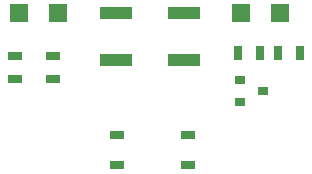
<source format=gbr>
G04 #@! TF.GenerationSoftware,KiCad,Pcbnew,(5.1.2)-2*
G04 #@! TF.CreationDate,2019-06-15T14:58:01+10:00*
G04 #@! TF.ProjectId,USBResetter,55534252-6573-4657-9474-65722e6b6963,rev?*
G04 #@! TF.SameCoordinates,Original*
G04 #@! TF.FileFunction,Paste,Top*
G04 #@! TF.FilePolarity,Positive*
%FSLAX46Y46*%
G04 Gerber Fmt 4.6, Leading zero omitted, Abs format (unit mm)*
G04 Created by KiCad (PCBNEW (5.1.2)-2) date 2019-06-15 14:58:01*
%MOMM*%
%LPD*%
G04 APERTURE LIST*
%ADD10R,1.500000X1.500000*%
%ADD11R,0.900000X0.800000*%
%ADD12R,1.300000X0.700000*%
%ADD13R,0.700000X1.300000*%
%ADD14R,2.750000X1.000000*%
%ADD15R,1.200000X0.800000*%
G04 APERTURE END LIST*
D10*
X135550000Y-86600000D03*
X138850000Y-86600000D03*
X157650000Y-86600000D03*
X154350000Y-86600000D03*
D11*
X156200000Y-93200000D03*
X154200000Y-94150000D03*
X154200000Y-92250000D03*
D12*
X138400000Y-90250000D03*
X138400000Y-92150000D03*
X135200000Y-90250000D03*
X135200000Y-92150000D03*
D13*
X159350000Y-90000000D03*
X157450000Y-90000000D03*
X154050000Y-90000000D03*
X155950000Y-90000000D03*
D14*
X149480000Y-90600000D03*
X143720000Y-90600000D03*
X143720000Y-86600000D03*
X149480000Y-86600000D03*
D15*
X149800000Y-99470000D03*
X143800000Y-99470000D03*
X143800000Y-96930000D03*
X149800000Y-96930000D03*
M02*

</source>
